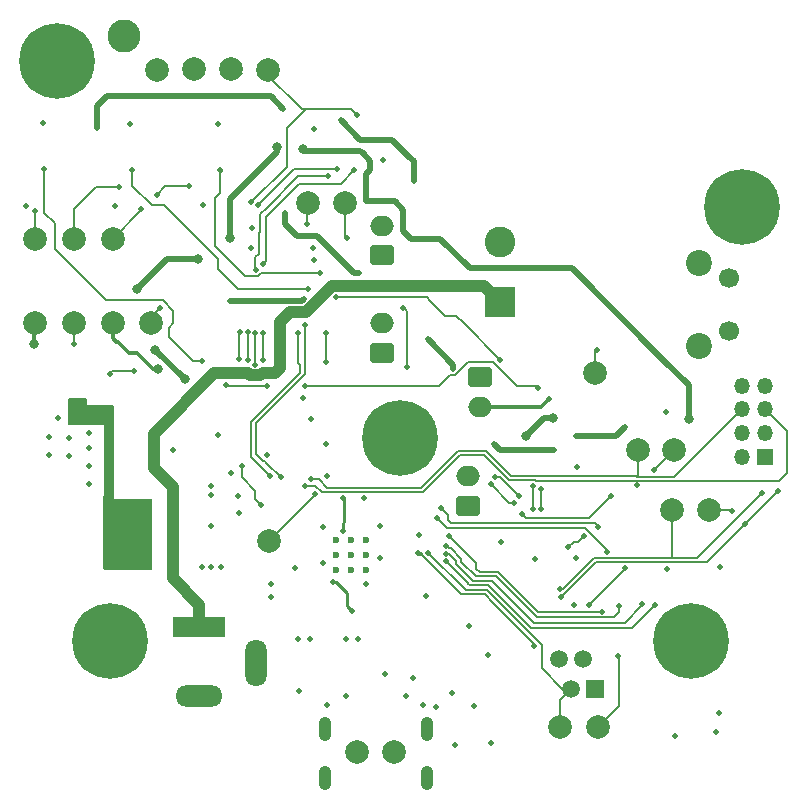
<source format=gbr>
%TF.GenerationSoftware,KiCad,Pcbnew,(5.99.0-10573-gc33b2cfa8d)*%
%TF.CreationDate,2021-05-20T10:50:06+02:00*%
%TF.ProjectId,sucker-one-mainboard,7375636b-6572-42d6-9f6e-652d6d61696e,rev?*%
%TF.SameCoordinates,Original*%
%TF.FileFunction,Copper,L4,Bot*%
%TF.FilePolarity,Positive*%
%FSLAX46Y46*%
G04 Gerber Fmt 4.6, Leading zero omitted, Abs format (unit mm)*
G04 Created by KiCad (PCBNEW (5.99.0-10573-gc33b2cfa8d)) date 2021-05-20 10:50:06*
%MOMM*%
%LPD*%
G01*
G04 APERTURE LIST*
G04 Aperture macros list*
%AMRoundRect*
0 Rectangle with rounded corners*
0 $1 Rounding radius*
0 $2 $3 $4 $5 $6 $7 $8 $9 X,Y pos of 4 corners*
0 Add a 4 corners polygon primitive as box body*
4,1,4,$2,$3,$4,$5,$6,$7,$8,$9,$2,$3,0*
0 Add four circle primitives for the rounded corners*
1,1,$1+$1,$2,$3*
1,1,$1+$1,$4,$5*
1,1,$1+$1,$6,$7*
1,1,$1+$1,$8,$9*
0 Add four rect primitives between the rounded corners*
20,1,$1+$1,$2,$3,$4,$5,0*
20,1,$1+$1,$4,$5,$6,$7,0*
20,1,$1+$1,$6,$7,$8,$9,0*
20,1,$1+$1,$8,$9,$2,$3,0*%
G04 Aperture macros list end*
%TA.AperFunction,ComponentPad*%
%ADD10R,1.350000X1.350000*%
%TD*%
%TA.AperFunction,ComponentPad*%
%ADD11O,1.350000X1.350000*%
%TD*%
%TA.AperFunction,ComponentPad*%
%ADD12C,6.400000*%
%TD*%
%TA.AperFunction,ComponentPad*%
%ADD13C,0.800000*%
%TD*%
%TA.AperFunction,ComponentPad*%
%ADD14RoundRect,0.250000X0.750000X-0.600000X0.750000X0.600000X-0.750000X0.600000X-0.750000X-0.600000X0*%
%TD*%
%TA.AperFunction,ComponentPad*%
%ADD15O,2.000000X1.700000*%
%TD*%
%TA.AperFunction,ComponentPad*%
%ADD16R,1.500000X1.500000*%
%TD*%
%TA.AperFunction,ComponentPad*%
%ADD17C,1.500000*%
%TD*%
%TA.AperFunction,ComponentPad*%
%ADD18O,1.050000X2.100000*%
%TD*%
%TA.AperFunction,ComponentPad*%
%ADD19C,2.200000*%
%TD*%
%TA.AperFunction,ComponentPad*%
%ADD20C,1.700000*%
%TD*%
%TA.AperFunction,ComponentPad*%
%ADD21C,2.800000*%
%TD*%
%TA.AperFunction,ComponentPad*%
%ADD22R,4.400000X1.800000*%
%TD*%
%TA.AperFunction,ComponentPad*%
%ADD23O,4.000000X1.800000*%
%TD*%
%TA.AperFunction,ComponentPad*%
%ADD24O,1.800000X4.000000*%
%TD*%
%TA.AperFunction,ComponentPad*%
%ADD25RoundRect,0.250000X-0.750000X0.600000X-0.750000X-0.600000X0.750000X-0.600000X0.750000X0.600000X0*%
%TD*%
%TA.AperFunction,ComponentPad*%
%ADD26R,2.600000X2.600000*%
%TD*%
%TA.AperFunction,ComponentPad*%
%ADD27C,2.600000*%
%TD*%
%TA.AperFunction,ComponentPad*%
%ADD28C,0.600000*%
%TD*%
%TA.AperFunction,SMDPad,CuDef*%
%ADD29C,2.000000*%
%TD*%
%TA.AperFunction,ViaPad*%
%ADD30C,0.500000*%
%TD*%
%TA.AperFunction,ViaPad*%
%ADD31C,0.800000*%
%TD*%
%TA.AperFunction,Conductor*%
%ADD32C,0.200000*%
%TD*%
%TA.AperFunction,Conductor*%
%ADD33C,0.500000*%
%TD*%
%TA.AperFunction,Conductor*%
%ADD34C,0.300000*%
%TD*%
%TA.AperFunction,Conductor*%
%ADD35C,0.250000*%
%TD*%
%TA.AperFunction,Conductor*%
%ADD36C,1.000000*%
%TD*%
G04 APERTURE END LIST*
D10*
%TO.P,J11,1,Pin_1*%
%TO.N,UART0_RX*%
X130971800Y-128806200D03*
D11*
%TO.P,J11,2,Pin_2*%
%TO.N,unconnected-(J11-Pad2)*%
X128971800Y-128806200D03*
%TO.P,J11,3,Pin_3*%
%TO.N,UART0_TX*%
X130971800Y-126806200D03*
%TO.P,J11,4,Pin_4*%
%TO.N,unconnected-(J11-Pad4)*%
X128971800Y-126806200D03*
%TO.P,J11,5,Pin_5*%
%TO.N,SWDIO*%
X130971800Y-124806200D03*
%TO.P,J11,6,Pin_6*%
%TO.N,SWCLK*%
X128971800Y-124806200D03*
%TO.P,J11,7,Pin_7*%
%TO.N,GND*%
X130971800Y-122806200D03*
%TO.P,J11,8,Pin_8*%
X128971800Y-122806200D03*
%TD*%
D12*
%TO.P,H1,1*%
%TO.N,N/C*%
X124663200Y-144424400D03*
D13*
X124663200Y-142024400D03*
X122263200Y-144424400D03*
X126360256Y-142727344D03*
X122966144Y-142727344D03*
X124663200Y-146824400D03*
X126360256Y-146121456D03*
X122966144Y-146121456D03*
X127063200Y-144424400D03*
%TD*%
D12*
%TO.P,H4,1*%
%TO.N,N/C*%
X75488800Y-144424400D03*
D13*
X77185856Y-146121456D03*
X73791744Y-146121456D03*
X75488800Y-146824400D03*
X73791744Y-142727344D03*
X73088800Y-144424400D03*
X77185856Y-142727344D03*
X77888800Y-144424400D03*
X75488800Y-142024400D03*
%TD*%
%TO.P,H3,1*%
%TO.N,N/C*%
X100076000Y-124854000D03*
D12*
X100076000Y-127254000D03*
D13*
X101773056Y-128951056D03*
X100076000Y-129654000D03*
X97676000Y-127254000D03*
X98378944Y-128951056D03*
X98378944Y-125556944D03*
X102476000Y-127254000D03*
X101773056Y-125556944D03*
%TD*%
D14*
%TO.P,J1,1,Pin_1*%
%TO.N,+12V*%
X98535000Y-111740000D03*
D15*
%TO.P,J1,2,Pin_2*%
%TO.N,Net-(D2-Pad1)*%
X98535000Y-109240000D03*
%TD*%
D16*
%TO.P,J3,1*%
%TO.N,GND*%
X116592000Y-148441000D03*
D17*
%TO.P,J3,2*%
%TO.N,FOOTPEDAL*%
X115572000Y-145901000D03*
%TO.P,J3,3*%
%TO.N,FOOTPEDAL_AUX*%
X114552000Y-148441000D03*
%TO.P,J3,4*%
%TO.N,+3V3*%
X113532000Y-145901000D03*
%TD*%
D13*
%TO.P,H5,1*%
%TO.N,N/C*%
X69321344Y-93603744D03*
X71018400Y-92900800D03*
X69321344Y-96997856D03*
X68618400Y-95300800D03*
D12*
X71018400Y-95300800D03*
D13*
X72715456Y-93603744D03*
X71018400Y-97700800D03*
X73418400Y-95300800D03*
X72715456Y-96997856D03*
%TD*%
D18*
%TO.P,J12,S1,SHIELD*%
%TO.N,Net-(J12-PadS1)*%
X93724000Y-151860500D03*
%TO.P,J12,S2,SHIELD*%
X102364000Y-151860500D03*
%TO.P,J12,S3,SHIELD*%
X93724000Y-156040500D03*
%TO.P,J12,S4,SHIELD*%
X102364000Y-156040500D03*
%TD*%
D19*
%TO.P,SW1,*%
%TO.N,*%
X125403800Y-112425600D03*
X125403800Y-119425600D03*
D20*
%TO.P,SW1,1,1*%
%TO.N,Net-(R26-Pad2)*%
X127903800Y-113675600D03*
%TO.P,SW1,2,2*%
%TO.N,GND*%
X127903800Y-118175600D03*
%TD*%
D21*
%TO.P,TP19,1,1*%
%TO.N,GND*%
X76708000Y-93192600D03*
%TD*%
D14*
%TO.P,J10,1,Pin_1*%
%TO.N,+12V*%
X105774000Y-132949000D03*
D15*
%TO.P,J10,2,Pin_2*%
%TO.N,Net-(D11-Pad2)*%
X105774000Y-130449000D03*
%TD*%
D12*
%TO.P,H2,1*%
%TO.N,N/C*%
X128981200Y-107645200D03*
D13*
X130678256Y-109342256D03*
X126581200Y-107645200D03*
X127284144Y-105948144D03*
X128981200Y-110045200D03*
X128981200Y-105245200D03*
X130678256Y-105948144D03*
X131381200Y-107645200D03*
X127284144Y-109342256D03*
%TD*%
D22*
%TO.P,J5,1*%
%TO.N,Net-(J5-Pad1)*%
X83067600Y-143256000D03*
D23*
%TO.P,J5,2*%
%TO.N,GND*%
X83067600Y-149056000D03*
D24*
%TO.P,J5,3*%
%TO.N,N/C*%
X87867600Y-146256000D03*
%TD*%
D14*
%TO.P,J2,1,Pin_1*%
%TO.N,+12V*%
X98535000Y-119995000D03*
D15*
%TO.P,J2,2,Pin_2*%
%TO.N,Net-(D7-Pad1)*%
X98535000Y-117495000D03*
%TD*%
D25*
%TO.P,J4,1,Pin_1*%
%TO.N,+12V*%
X106824000Y-122067000D03*
D15*
%TO.P,J4,2,Pin_2*%
%TO.N,Net-(D10-Pad2)*%
X106824000Y-124567000D03*
%TD*%
D26*
%TO.P,J6,1,Pin_1*%
%TO.N,Net-(J5-Pad1)*%
X108509000Y-115702000D03*
D27*
%TO.P,J6,2,Pin_2*%
%TO.N,Net-(F1-Pad2)*%
X108509000Y-110622000D03*
%TD*%
D28*
%TO.P,U4,57,GND*%
%TO.N,GND*%
X94605000Y-138435000D03*
X94605000Y-135885000D03*
X95880000Y-138435000D03*
X97155000Y-135885000D03*
X95880000Y-137160000D03*
X94605000Y-137160000D03*
X95880000Y-135885000D03*
X97155000Y-138435000D03*
X97155000Y-137160000D03*
%TD*%
D29*
%TO.P,TP13,1,1*%
%TO.N,GND*%
X72428100Y-117500400D03*
%TD*%
%TO.P,TP1,1,1*%
%TO.N,DP*%
X99517200Y-153822400D03*
%TD*%
%TO.P,TP15,1,1*%
%TO.N,I2C0_SDA*%
X95377000Y-107365800D03*
%TD*%
%TO.P,TP2,1,1*%
%TO.N,DN*%
X96418400Y-153822400D03*
%TD*%
%TO.P,TP7,1,1*%
%TO.N,Net-(D7-Pad1)*%
X72428100Y-110337600D03*
%TD*%
%TO.P,TP10,1,1*%
%TO.N,+12V*%
X75717400Y-117500400D03*
%TD*%
%TO.P,TP14,1,1*%
%TO.N,I2C0_SCL*%
X92303600Y-107365800D03*
%TD*%
%TO.P,TP18,1,1*%
%TO.N,Net-(D11-Pad2)*%
X116535200Y-121691400D03*
%TD*%
%TO.P,TP16,1,1*%
%TO.N,+5V*%
X69138800Y-117500400D03*
%TD*%
%TO.P,TP22,1,1*%
%TO.N,UART0_RX*%
X123063000Y-133299200D03*
%TD*%
%TO.P,TP31,1,1*%
%TO.N,FOOTPEDAL*%
X116814600Y-151663400D03*
%TD*%
%TO.P,TP23,1,1*%
%TO.N,UART0_TX*%
X126212600Y-133299200D03*
%TD*%
%TO.P,TP11,1,1*%
%TO.N,+3V3*%
X78994000Y-117500400D03*
%TD*%
%TO.P,TP26,1,1*%
%TO.N,SPI0_CLK*%
X85750400Y-96012000D03*
%TD*%
%TO.P,TP25,1,1*%
%TO.N,SPI0_CS*%
X88849200Y-96037400D03*
%TD*%
%TO.P,TP28,1,1*%
%TO.N,SPI0_MOSI*%
X79502000Y-96037400D03*
%TD*%
%TO.P,TP5,1,1*%
%TO.N,Net-(TP5-Pad1)*%
X88950800Y-135940800D03*
%TD*%
%TO.P,TP12,1,1*%
%TO.N,SWCLK*%
X120167400Y-128219200D03*
%TD*%
%TO.P,TP20,1,1*%
%TO.N,FOOTPEDAL_AUX*%
X113614200Y-151688800D03*
%TD*%
%TO.P,TP4,1,1*%
%TO.N,Net-(D2-Pad1)*%
X69138800Y-110337600D03*
%TD*%
%TO.P,TP9,1,1*%
%TO.N,Net-(D10-Pad2)*%
X75717400Y-110337600D03*
%TD*%
%TO.P,TP27,1,1*%
%TO.N,SPI0_MISO*%
X82626200Y-96012000D03*
%TD*%
%TO.P,TP24,1,1*%
%TO.N,SWDIO*%
X123266200Y-128219200D03*
%TD*%
D30*
%TO.N,GND*%
X92786200Y-101092000D03*
X123367800Y-152425400D03*
X73736200Y-131089400D03*
X89154000Y-139573000D03*
X108610400Y-136042400D03*
X104444800Y-148818600D03*
X122555000Y-125044200D03*
X95504000Y-149098000D03*
X93853000Y-149860000D03*
X92557600Y-125628400D03*
X127101600Y-150495000D03*
X91135200Y-138252200D03*
X91465400Y-148615400D03*
X85750400Y-130225800D03*
X102285800Y-140639800D03*
X88773000Y-128651000D03*
X83388200Y-107518200D03*
X73710800Y-126796800D03*
X93827600Y-127711200D03*
X114960400Y-137414000D03*
X72440800Y-119278400D03*
X114782600Y-141325600D03*
X101142800Y-147574000D03*
X101625400Y-135407400D03*
X92456000Y-144272000D03*
X100584000Y-149098000D03*
X107797600Y-153060400D03*
X72034400Y-128727200D03*
X75895200Y-107543600D03*
X72059800Y-127203200D03*
X107467400Y-145567400D03*
X70307200Y-128701800D03*
X115062000Y-129692400D03*
X96520000Y-144272000D03*
X73710800Y-128066800D03*
X77165200Y-100609400D03*
X97002600Y-132300100D03*
X93853000Y-130454400D03*
X84683600Y-100609400D03*
X84607400Y-126949200D03*
X91846400Y-123875800D03*
X101981000Y-149860000D03*
X86410800Y-133553200D03*
X80873600Y-128270000D03*
X86374000Y-132167600D03*
X111506000Y-137439400D03*
X127177800Y-138150600D03*
X89154000Y-140716000D03*
X92760800Y-112115600D03*
X95504000Y-144272000D03*
X70307200Y-127177800D03*
X71094600Y-125552200D03*
X68402200Y-107569000D03*
X69824600Y-100584000D03*
X103098600Y-150012400D03*
X91440000Y-144272000D03*
X73710800Y-129565400D03*
X105918000Y-143129000D03*
%TO.N,+3V3*%
X87426800Y-111175800D03*
X126822200Y-152146000D03*
X87528400Y-109448600D03*
X98806000Y-147218400D03*
X84886800Y-138176000D03*
X84074000Y-138151000D03*
X84074000Y-134670800D03*
X92684600Y-111125000D03*
X98374200Y-134670800D03*
X97155000Y-139623800D03*
X84074000Y-132080000D03*
X93497400Y-134772400D03*
X122631200Y-138353800D03*
X98374200Y-137388600D03*
X104673400Y-153212800D03*
X98602800Y-103682800D03*
X106349800Y-149910800D03*
X79756000Y-116230400D03*
X83312000Y-138176000D03*
X84074000Y-131267200D03*
X93497400Y-137769600D03*
D31*
%TO.N,+5V*%
X91821000Y-102717600D03*
X124510800Y-125577600D03*
X82956400Y-112064800D03*
X77800200Y-114579400D03*
X79324200Y-119735600D03*
X81864200Y-122250200D03*
X85623400Y-110286800D03*
X89611200Y-102616000D03*
X69062600Y-119278400D03*
%TO.N,+12V*%
X113004600Y-125526800D03*
X79527400Y-121361200D03*
X110693200Y-127076200D03*
D30*
%TO.N,Net-(C5-Pad2)*%
X75387200Y-126847600D03*
X76936600Y-137033000D03*
X77851000Y-133629400D03*
X76936600Y-134493000D03*
X76936600Y-133629400D03*
X75387200Y-126136400D03*
X77851000Y-135356600D03*
X77851000Y-137033000D03*
X77851000Y-136169400D03*
X73126600Y-125679200D03*
X77851000Y-134518400D03*
X72339200Y-125679200D03*
X76936600Y-135356600D03*
X76936600Y-136169400D03*
%TO.N,+1V1*%
X95199200Y-135077200D03*
X95224600Y-132300100D03*
X94361000Y-139446000D03*
X96012000Y-141909800D03*
%TO.N,Net-(D2-Pad1)*%
X74422000Y-100990400D03*
X69138800Y-108000800D03*
X101219000Y-105460800D03*
X90170000Y-99364800D03*
X95021400Y-100330000D03*
%TO.N,FOOTPEDAL*%
X118491000Y-145669000D03*
X111379000Y-144856200D03*
X101600000Y-136982200D03*
%TO.N,Net-(D7-Pad2)*%
X93776800Y-118338600D03*
X93753900Y-120827800D03*
%TO.N,Net-(D7-Pad1)*%
X91897200Y-115493800D03*
X76225400Y-105968800D03*
X85623400Y-115646200D03*
%TO.N,Net-(D10-Pad2)*%
X112699800Y-123901200D03*
X96621600Y-113233200D03*
X78105000Y-107848400D03*
X90297000Y-108178600D03*
X104546400Y-121361200D03*
X102412800Y-118872000D03*
X79451200Y-106629200D03*
X82169000Y-105918000D03*
%TO.N,Net-(D11-Pad2)*%
X108026200Y-127736600D03*
X119126000Y-126263400D03*
X114935000Y-127025400D03*
X113055400Y-128244600D03*
X116713000Y-119786400D03*
%TO.N,FOOTPEDAL_AUX*%
X102463600Y-136931400D03*
%TO.N,I2C0_SDA*%
X91998800Y-117627400D03*
X89966800Y-130556000D03*
X95529400Y-110286800D03*
%TO.N,I2C0_SCL*%
X92178000Y-109117000D03*
X89052400Y-130479800D03*
X91414600Y-118313200D03*
%TO.N,SPI0_CS*%
X86493089Y-118217689D03*
X87452200Y-107238800D03*
X86639400Y-129590800D03*
X86461600Y-120573800D03*
X88315800Y-132867400D03*
X96393000Y-99847400D03*
%TO.N,SPI0_CLK*%
X96164400Y-104546400D03*
X88417400Y-120599200D03*
X88468200Y-112522000D03*
X88468200Y-118313200D03*
X85750400Y-96012000D03*
%TO.N,SPI0_MISO*%
X94742000Y-104419400D03*
X87147400Y-120599200D03*
X82626200Y-96012000D03*
X87147400Y-118262400D03*
X88061800Y-107467400D03*
%TO.N,SPI0_MOSI*%
X79502000Y-96037400D03*
X87807800Y-121031000D03*
X87818697Y-118313200D03*
X93980000Y-105079800D03*
X87833200Y-113004600D03*
%TO.N,Lift Btn*%
X121640600Y-141325600D03*
X103935523Y-137670379D03*
%TO.N,Drop Btn*%
X120573800Y-141274800D03*
X103950706Y-137021054D03*
%TO.N,Low Btn*%
X117170200Y-141918300D03*
X104241600Y-135534400D03*
%TO.N,High Btn*%
X103987600Y-136372600D03*
X118618000Y-141418800D03*
%TO.N,Reverse Btn*%
X103225600Y-133985000D03*
X117602000Y-136880600D03*
%TO.N,Trigger Btn*%
X103555800Y-133146800D03*
X116840000Y-134772400D03*
%TO.N,UI LED Data*%
X109677200Y-132689600D03*
X107719936Y-131139019D03*
%TO.N,UART0_RX*%
X130733800Y-131851400D03*
X113614200Y-139979400D03*
%TO.N,UART0_TX*%
X129260600Y-134543800D03*
X113690400Y-140665200D03*
X132054600Y-131749800D03*
X128193800Y-133426200D03*
%TO.N,SWDIO*%
X121539000Y-129895600D03*
X91973400Y-131267200D03*
X120116600Y-131241800D03*
%TO.N,SWCLK*%
X92557600Y-130733800D03*
%TO.N,Net-(R18-Pad2)*%
X77520800Y-121589800D03*
X75488800Y-121767600D03*
%TO.N,NC_VALVE*%
X111734600Y-122986800D03*
X88798400Y-122783600D03*
X85293200Y-122732800D03*
X69951600Y-104470200D03*
X111993271Y-133248272D03*
X112014000Y-131572000D03*
X92024200Y-122809000D03*
X83261200Y-120726200D03*
%TO.N,NO_VALVE*%
X77393800Y-104546400D03*
X115620800Y-135483600D03*
X108102400Y-130556000D03*
X92303600Y-114604800D03*
X114276488Y-136497712D03*
X100330000Y-116179600D03*
X100621652Y-121229180D03*
X110109000Y-132105400D03*
%TO.N,3_WAY_VALVE*%
X111277400Y-131292600D03*
X111277400Y-133223000D03*
X84836000Y-104546400D03*
X93243400Y-113284000D03*
X94665800Y-115316000D03*
X108559600Y-120624600D03*
%TO.N,MOTOR_PWM*%
X117881400Y-132130800D03*
X110413800Y-133680200D03*
%TO.N,Net-(R26-Pad2)*%
X119126000Y-138252200D03*
X116078000Y-141325600D03*
%TO.N,Net-(TP5-Pad1)*%
X92837000Y-132003800D03*
%TO.N,DP*%
X99517200Y-153822400D03*
%TO.N,DN*%
X96418400Y-153822400D03*
%TD*%
D32*
%TO.N,GND*%
X72428100Y-119265700D02*
X72440800Y-119278400D01*
X72428100Y-117500400D02*
X72428100Y-119265700D01*
%TO.N,+3V3*%
X78994000Y-116992400D02*
X79756000Y-116230400D01*
X78994000Y-117500400D02*
X78994000Y-116992400D01*
D33*
%TO.N,+5V*%
X114604800Y-112852200D02*
X105968800Y-112852200D01*
X105968800Y-112852200D02*
X103479600Y-110363000D01*
X97510600Y-103733600D02*
X96901000Y-103124000D01*
D34*
X69062600Y-119278400D02*
X69062600Y-117576600D01*
D33*
X85623400Y-106959400D02*
X85623400Y-110286800D01*
X95148400Y-102920800D02*
X92024200Y-102920800D01*
X96697800Y-102920800D02*
X95148400Y-102920800D01*
X97155000Y-104851200D02*
X97510600Y-104495600D01*
X78206600Y-114173000D02*
X77800200Y-114579400D01*
X100330000Y-107899200D02*
X99618800Y-107188000D01*
X103479600Y-110363000D02*
X100990400Y-110363000D01*
X82956400Y-112064800D02*
X80314800Y-112064800D01*
X97510600Y-104495600D02*
X97510600Y-103733600D01*
X99618800Y-107188000D02*
X97155000Y-107188000D01*
X79324200Y-119735600D02*
X79349600Y-119735600D01*
X124510800Y-125577600D02*
X124510800Y-123317000D01*
D34*
X69062600Y-117576600D02*
X69138800Y-117500400D01*
D33*
X97155000Y-107188000D02*
X97155000Y-104851200D01*
X100990400Y-110363000D02*
X100330000Y-109702600D01*
X92024200Y-102920800D02*
X91821000Y-102717600D01*
X79349600Y-119735600D02*
X81864200Y-122250200D01*
X89611200Y-102971600D02*
X85623400Y-106959400D01*
X89611200Y-102616000D02*
X89611200Y-102971600D01*
X80314800Y-112064800D02*
X78206600Y-114173000D01*
X124510800Y-122758200D02*
X122351800Y-120599200D01*
X124510800Y-123317000D02*
X124510800Y-122758200D01*
X96901000Y-103124000D02*
X96697800Y-102920800D01*
X100330000Y-109702600D02*
X100330000Y-107899200D01*
X122351800Y-120599200D02*
X114604800Y-112852200D01*
X69494400Y-117576600D02*
X69545200Y-117525800D01*
D34*
%TO.N,+12V*%
X77800200Y-120040400D02*
X77139800Y-120040400D01*
X75717400Y-118795800D02*
X75717400Y-117500400D01*
X79121000Y-121361200D02*
X77800200Y-120040400D01*
D33*
X112242600Y-125526800D02*
X110693200Y-127076200D01*
D34*
X76200000Y-119100600D02*
X76022200Y-119100600D01*
X79527400Y-121361200D02*
X79121000Y-121361200D01*
X77139800Y-120040400D02*
X76200000Y-119100600D01*
D33*
X113004600Y-125526800D02*
X112242600Y-125526800D01*
D34*
X76022200Y-119100600D02*
X75717400Y-118795800D01*
D35*
%TO.N,+1V1*%
X96012000Y-141909800D02*
X95529400Y-141427200D01*
X95529400Y-140309600D02*
X94665800Y-139446000D01*
X95300800Y-132308600D02*
X95211900Y-132219700D01*
X94665800Y-139446000D02*
X94361000Y-139446000D01*
X95199200Y-134416800D02*
X95300800Y-134315200D01*
X95529400Y-141427200D02*
X95529400Y-140309600D01*
X95300800Y-134315200D02*
X95300800Y-132308600D01*
X95199200Y-135077200D02*
X95199200Y-134416800D01*
D33*
%TO.N,Net-(D2-Pad1)*%
X96672400Y-101981000D02*
X97764600Y-101981000D01*
X101219000Y-103809800D02*
X101219000Y-105460800D01*
X75234800Y-98298000D02*
X82524600Y-98298000D01*
X74422000Y-100990400D02*
X74422000Y-99110800D01*
D32*
X69138800Y-110337600D02*
X69138800Y-108000800D01*
D33*
X99390200Y-101981000D02*
X100812600Y-103403400D01*
X82524600Y-98298000D02*
X89103200Y-98298000D01*
X74422000Y-99110800D02*
X75234800Y-98298000D01*
X89103200Y-98298000D02*
X90170000Y-99364800D01*
X97764600Y-101981000D02*
X99390200Y-101981000D01*
X95021400Y-100330000D02*
X96672400Y-101981000D01*
X100812600Y-103403400D02*
X101219000Y-103809800D01*
D32*
%TO.N,FOOTPEDAL*%
X101828600Y-137033000D02*
X102184200Y-137388600D01*
X107238800Y-140462000D02*
X107950000Y-141173200D01*
D34*
X101600000Y-136982200D02*
X101650800Y-137033000D01*
D32*
X118567200Y-145745200D02*
X118567200Y-149910800D01*
X105257600Y-140462000D02*
X105994200Y-140462000D01*
X107950000Y-141173200D02*
X111429800Y-144653000D01*
X111429800Y-144653000D02*
X111429800Y-144780000D01*
X118567200Y-149910800D02*
X116814600Y-151663400D01*
X105994200Y-140462000D02*
X107238800Y-140462000D01*
X102184200Y-137388600D02*
X105257600Y-140462000D01*
X118491000Y-145669000D02*
X118567200Y-145745200D01*
D34*
X101650800Y-137033000D02*
X101828600Y-137033000D01*
D32*
%TO.N,Net-(D7-Pad2)*%
X93776800Y-118338600D02*
X93776800Y-120497600D01*
X93802200Y-120523000D02*
X93802200Y-120779500D01*
X93802200Y-120779500D02*
X93753900Y-120827800D01*
X93776800Y-120497600D02*
X93802200Y-120523000D01*
D33*
%TO.N,Net-(D7-Pad1)*%
X91744800Y-115646200D02*
X91897200Y-115493800D01*
X85623400Y-115646200D02*
X90093800Y-115646200D01*
D32*
X72428100Y-110337600D02*
X72428100Y-107861100D01*
D33*
X90093800Y-115646200D02*
X91744800Y-115646200D01*
D32*
X72428100Y-107861100D02*
X72491600Y-107797600D01*
X72428100Y-107861100D02*
X74320400Y-105968800D01*
X74320400Y-105968800D02*
X76225400Y-105968800D01*
D34*
%TO.N,Net-(D10-Pad2)*%
X112699800Y-123901200D02*
X112034000Y-124567000D01*
D33*
X102412800Y-118872000D02*
X104546400Y-121005600D01*
X91363800Y-110134400D02*
X90297000Y-109067600D01*
X96621600Y-113233200D02*
X96164400Y-113233200D01*
D34*
X112034000Y-124567000D02*
X106824000Y-124567000D01*
D33*
X90297000Y-109067600D02*
X90297000Y-108178600D01*
X104546400Y-121005600D02*
X104546400Y-121361200D01*
D32*
X79451200Y-106629200D02*
X80162400Y-105918000D01*
D33*
X96164400Y-113233200D02*
X93065600Y-110134400D01*
D32*
X78105000Y-107950000D02*
X78105000Y-107848400D01*
X80162400Y-105918000D02*
X82169000Y-105918000D01*
D33*
X93065600Y-110134400D02*
X91363800Y-110134400D01*
D32*
X75717400Y-110337600D02*
X78105000Y-107950000D01*
D33*
%TO.N,Net-(D11-Pad2)*%
X114935000Y-127025400D02*
X118364000Y-127025400D01*
D32*
X116535200Y-119964200D02*
X116713000Y-119786400D01*
X116535200Y-121691400D02*
X116535200Y-119964200D01*
D33*
X108026200Y-127736600D02*
X108534200Y-128244600D01*
X118364000Y-127025400D02*
X119126000Y-126263400D01*
X108534200Y-128244600D02*
X113055400Y-128244600D01*
D32*
%TO.N,FOOTPEDAL_AUX*%
X113614200Y-149378800D02*
X113614200Y-151688800D01*
X102463600Y-136931400D02*
X105613200Y-140081000D01*
D34*
X114528600Y-148464400D02*
X114552000Y-148441000D01*
D32*
X114552000Y-148441000D02*
X113614200Y-149378800D01*
X107391200Y-140081000D02*
X112090200Y-144780000D01*
X112090200Y-146735800D02*
X113795400Y-148441000D01*
X105613200Y-140081000D02*
X107391200Y-140081000D01*
X112090200Y-144780000D02*
X112090200Y-146735800D01*
X113795400Y-148441000D02*
X114552000Y-148441000D01*
D36*
%TO.N,Net-(J5-Pad1)*%
X83067600Y-141356000D02*
X80797400Y-139085800D01*
X108509000Y-115702000D02*
X107183200Y-114376200D01*
X84340490Y-121704310D02*
X87149848Y-121704310D01*
X80797400Y-139085800D02*
X80797400Y-131368800D01*
X87376039Y-121930501D02*
X88239561Y-121930501D01*
X83067600Y-143256000D02*
X83067600Y-141356000D01*
X89890600Y-117398800D02*
X89890600Y-118416900D01*
X80797400Y-131368800D02*
X79197200Y-129768600D01*
X87149848Y-121704310D02*
X87376039Y-121930501D01*
X94286900Y-114376200D02*
X92117390Y-116545710D01*
X89471290Y-121704310D02*
X89890600Y-121285000D01*
X89890600Y-121285000D02*
X89890600Y-119126000D01*
X89890600Y-117398800D02*
X89890600Y-121285000D01*
X91761789Y-116545711D02*
X90743689Y-116545711D01*
X88465752Y-121704310D02*
X89471290Y-121704310D01*
X107183200Y-114376200D02*
X94286900Y-114376200D01*
X92117390Y-116545710D02*
X91761789Y-116545711D01*
X79197200Y-129768600D02*
X79197200Y-126847600D01*
X79197200Y-126847600D02*
X84340490Y-121704310D01*
X90743689Y-116545711D02*
X89890600Y-117398800D01*
X88239561Y-121930501D02*
X88465752Y-121704310D01*
D32*
%TO.N,I2C0_SDA*%
X87858600Y-128574800D02*
X87858600Y-128066800D01*
X88747600Y-129336800D02*
X88595200Y-129184400D01*
X87858600Y-128066800D02*
X87858600Y-125933200D01*
X89966800Y-130556000D02*
X88747600Y-129336800D01*
X87858600Y-125933200D02*
X91922600Y-121869200D01*
X91922600Y-121869200D02*
X91998800Y-121793000D01*
X88595200Y-129184400D02*
X88468200Y-129184400D01*
X88468200Y-129184400D02*
X87858600Y-128574800D01*
X95377000Y-107365800D02*
X95377000Y-110134400D01*
X91998800Y-121793000D02*
X91998800Y-117627400D01*
X95377000Y-110134400D02*
X95529400Y-110286800D01*
%TO.N,I2C0_SCL*%
X92178000Y-109117000D02*
X92178000Y-107491400D01*
X89052400Y-130479800D02*
X87407489Y-128834889D01*
X91567000Y-121056400D02*
X91567000Y-121730516D01*
X91414600Y-118313200D02*
X91414600Y-120904000D01*
X87407489Y-128834889D02*
X87407489Y-125890027D01*
X92178000Y-107491400D02*
X92303600Y-107365800D01*
X87407489Y-125890027D02*
X91567000Y-121730516D01*
X91567000Y-121730516D02*
X91549300Y-121748216D01*
X87407489Y-128834889D02*
X87407489Y-128758711D01*
X91414600Y-120904000D02*
X91567000Y-121056400D01*
%TO.N,SPI0_CS*%
X92075000Y-99390200D02*
X91719400Y-99390200D01*
X86461600Y-120573800D02*
X86461600Y-118249178D01*
X86664800Y-130556000D02*
X86639400Y-130556000D01*
X91719400Y-99390200D02*
X88634734Y-96305534D01*
X90449400Y-101473000D02*
X90474800Y-101447600D01*
X90449400Y-104267000D02*
X90449400Y-101473000D01*
X90474800Y-100990400D02*
X92075000Y-99390200D01*
X87807800Y-131699000D02*
X87807800Y-132359400D01*
X92075000Y-99390200D02*
X95935800Y-99390200D01*
X95935800Y-99390200D02*
X96393000Y-99847400D01*
X87452200Y-107238800D02*
X87477600Y-107238800D01*
X87807800Y-132359400D02*
X88315800Y-132867400D01*
X86639400Y-130556000D02*
X86639400Y-129590800D01*
X87477600Y-107238800D02*
X90449400Y-104267000D01*
X88634734Y-96305534D02*
X88634734Y-96037400D01*
X87807800Y-131699000D02*
X86664800Y-130556000D01*
X90474800Y-101447600D02*
X90474800Y-100990400D01*
X86461600Y-118249178D02*
X86493089Y-118217689D01*
%TO.N,SPI0_CLK*%
X93827600Y-105689400D02*
X94818200Y-105689400D01*
X94818200Y-105689400D02*
X95021400Y-105689400D01*
X88417400Y-118364000D02*
X88468200Y-118313200D01*
X91541600Y-105689400D02*
X93827600Y-105689400D01*
X88417400Y-120599200D02*
X88417400Y-118364000D01*
X90855800Y-106375200D02*
X91541600Y-105689400D01*
X88722200Y-112141000D02*
X88722200Y-108508800D01*
X88722200Y-108508800D02*
X90855800Y-106375200D01*
X95021400Y-105689400D02*
X96164400Y-104546400D01*
X88392000Y-118389400D02*
X88417400Y-118364000D01*
X88468200Y-112522000D02*
X88722200Y-112268000D01*
X88722200Y-112268000D02*
X88722200Y-112141000D01*
X86690200Y-96432534D02*
X86269666Y-96012000D01*
%TO.N,SPI0_MISO*%
X88061800Y-107467400D02*
X91109800Y-104419400D01*
X87147400Y-118262400D02*
X87147400Y-120599200D01*
X91109800Y-104419400D02*
X94742000Y-104419400D01*
%TO.N,SPI0_MOSI*%
X87807800Y-112979200D02*
X87833200Y-113004600D01*
X87807800Y-121031000D02*
X87818697Y-121020103D01*
X87818697Y-121020103D02*
X87818697Y-118313200D01*
X88214200Y-108280200D02*
X88773000Y-107721400D01*
X88773000Y-107721400D02*
X91414600Y-105079800D01*
X88214200Y-109778800D02*
X88214200Y-108280200D01*
X87807800Y-111912400D02*
X87807800Y-112979200D01*
X88087200Y-111201200D02*
X88087200Y-111633000D01*
X88214200Y-109778800D02*
X88087200Y-109905800D01*
X91414600Y-105079800D02*
X93980000Y-105079800D01*
X88087200Y-109905800D02*
X88087200Y-111201200D01*
X88087200Y-111633000D02*
X87807800Y-111912400D01*
%TO.N,Lift Btn*%
X119659400Y-143281400D02*
X111125000Y-143281400D01*
X105791000Y-139525856D02*
X103935523Y-137670379D01*
X111125000Y-143281400D02*
X107543600Y-139700000D01*
X121640600Y-141325600D02*
X121615200Y-141325600D01*
X121615200Y-141325600D02*
X119659400Y-143281400D01*
X107543600Y-139700000D02*
X105943400Y-139700000D01*
X105791000Y-139547600D02*
X105791000Y-139525856D01*
X105943400Y-139700000D02*
X105791000Y-139547600D01*
%TO.N,Drop Btn*%
X120573800Y-141376400D02*
X119100600Y-142849600D01*
X119100600Y-142849600D02*
X111379000Y-142849600D01*
X107848400Y-139319000D02*
X106222800Y-139319000D01*
X120573800Y-141274800D02*
X120573800Y-141376400D01*
X104775000Y-137871200D02*
X104775000Y-137617200D01*
X111379000Y-142849600D02*
X107848400Y-139319000D01*
X104775000Y-137617200D02*
X104178854Y-137021054D01*
X104178854Y-137021054D02*
X103950706Y-137021054D01*
X106222800Y-139319000D02*
X104775000Y-137871200D01*
%TO.N,Low Btn*%
X117127900Y-141960600D02*
X117170200Y-141918300D01*
X111760000Y-141960600D02*
X117127900Y-141960600D01*
X106807000Y-138582400D02*
X106934000Y-138582400D01*
X104241600Y-135534400D02*
X106527600Y-137820400D01*
X106527600Y-138303000D02*
X106807000Y-138582400D01*
X106527600Y-137820400D02*
X106527600Y-138303000D01*
X106807000Y-138582400D02*
X108381800Y-138582400D01*
X108381800Y-138582400D02*
X111760000Y-141960600D01*
%TO.N,High Btn*%
X117398800Y-142417800D02*
X117119400Y-142417800D01*
X108178600Y-138938000D02*
X111658400Y-142417800D01*
X104343200Y-136575800D02*
X105232200Y-137464800D01*
X118618000Y-141960600D02*
X118618000Y-141418800D01*
X105232200Y-137464800D02*
X105232200Y-137693400D01*
X104190800Y-136575800D02*
X104343200Y-136575800D01*
X105232200Y-137693400D02*
X106476800Y-138938000D01*
X118160800Y-142417800D02*
X118618000Y-141960600D01*
X103987600Y-136372600D02*
X104190800Y-136575800D01*
X111658400Y-142417800D02*
X118160800Y-142417800D01*
X106476800Y-138938000D02*
X106553000Y-138938000D01*
X106476800Y-138938000D02*
X108178600Y-138938000D01*
%TO.N,Reverse Btn*%
X115734961Y-134805499D02*
X117602000Y-136672538D01*
X103225600Y-133985000D02*
X104046099Y-134805499D01*
X104046099Y-134805499D02*
X115734961Y-134805499D01*
X117602000Y-136672538D02*
X117602000Y-136880600D01*
%TO.N,Trigger Btn*%
X103555800Y-133146800D02*
X104140000Y-133731000D01*
X116840000Y-134721600D02*
X116560600Y-134442200D01*
X104140000Y-134188200D02*
X104394000Y-134442200D01*
X104140000Y-133731000D02*
X104140000Y-134188200D01*
X104394000Y-134442200D02*
X116560600Y-134442200D01*
X116560600Y-134442200D02*
X116052600Y-134442200D01*
X116840000Y-134772400D02*
X116840000Y-134721600D01*
%TO.N,UI LED Data*%
X109270517Y-132689600D02*
X107719936Y-131139019D01*
X109677200Y-132689600D02*
X109270517Y-132689600D01*
%TO.N,UART0_RX*%
X125190511Y-137394689D02*
X130733800Y-131851400D01*
X116466628Y-137394689D02*
X122980711Y-137394689D01*
X123729489Y-137394689D02*
X125190511Y-137394689D01*
X113881916Y-139979400D02*
X116466628Y-137394689D01*
X122980711Y-137394689D02*
X123729489Y-137394689D01*
X123063000Y-133299200D02*
X123063000Y-137312400D01*
X123063000Y-137312400D02*
X122980711Y-137394689D01*
X113614200Y-139979400D02*
X113881916Y-139979400D01*
%TO.N,UART0_TX*%
X113690400Y-140665200D02*
X116611400Y-137744200D01*
X128066800Y-133299200D02*
X128193800Y-133426200D01*
X116611400Y-137744200D02*
X122021600Y-137744200D01*
X129260600Y-134543800D02*
X132054600Y-131749800D01*
X126060200Y-137744200D02*
X129260600Y-134543800D01*
X122021600Y-137744200D02*
X126060200Y-137744200D01*
X126212600Y-133299200D02*
X128066800Y-133299200D01*
%TO.N,SWDIO*%
X93421200Y-131800600D02*
X102031800Y-131800600D01*
X123266200Y-128219200D02*
X121589800Y-129895600D01*
X120116600Y-131241800D02*
X120116600Y-130911600D01*
X120161311Y-130866889D02*
X120923311Y-130866889D01*
X111517161Y-130793099D02*
X111590951Y-130866889D01*
X132816600Y-126651000D02*
X130971800Y-124806200D01*
X102031800Y-131800600D02*
X105156000Y-128676400D01*
X132175511Y-130866889D02*
X132816600Y-130225800D01*
X109290983Y-130793099D02*
X111517161Y-130793099D01*
X121589800Y-129895600D02*
X121539000Y-129895600D01*
X105156000Y-128676400D02*
X107174284Y-128676400D01*
X92887800Y-131267200D02*
X93421200Y-131800600D01*
X91973400Y-131267200D02*
X92887800Y-131267200D01*
X120116600Y-130911600D02*
X120161311Y-130866889D01*
X111590951Y-130866889D02*
X120161311Y-130866889D01*
X107174284Y-128676400D02*
X109290983Y-130793099D01*
X120923311Y-130866889D02*
X132175511Y-130866889D01*
X132816600Y-130225800D02*
X132816600Y-126651000D01*
%TO.N,SWCLK*%
X120091200Y-130505200D02*
X120853200Y-130505200D01*
X120167400Y-128219200D02*
X120167400Y-130429000D01*
X123272800Y-130505200D02*
X128971800Y-124806200D01*
X92557600Y-130733800D02*
X93167200Y-130733800D01*
X120167400Y-130429000D02*
X120091200Y-130505200D01*
X107312968Y-128320800D02*
X109435756Y-130443588D01*
X93167200Y-130733800D02*
X93878400Y-131445000D01*
X101828600Y-131445000D02*
X104952800Y-128320800D01*
X104952800Y-128320800D02*
X107312968Y-128320800D01*
X120029588Y-130443588D02*
X120091200Y-130505200D01*
X109435756Y-130443588D02*
X120029588Y-130443588D01*
X93878400Y-131445000D02*
X101828600Y-131445000D01*
X120853200Y-130505200D02*
X123272800Y-130505200D01*
%TO.N,Net-(R18-Pad2)*%
X77520800Y-121589800D02*
X75641200Y-121589800D01*
X75641200Y-121589800D02*
X75488800Y-121742200D01*
X75488800Y-121742200D02*
X75488800Y-121767600D01*
%TO.N,NC_VALVE*%
X70815200Y-109016800D02*
X70815200Y-111252000D01*
X104753304Y-121860711D02*
X104275489Y-121860711D01*
X80873600Y-117500400D02*
X80492600Y-117881400D01*
X85344000Y-122783600D02*
X85293200Y-122732800D01*
X105807910Y-120806105D02*
X104753304Y-121860711D01*
X112014000Y-131572000D02*
X112014000Y-133227543D01*
X69951600Y-104470200D02*
X69951600Y-108153200D01*
X112014000Y-133227543D02*
X111993271Y-133248272D01*
X104275489Y-121860711D02*
X103327200Y-122809000D01*
X111734600Y-122986800D02*
X111556800Y-122809000D01*
X107928305Y-120806105D02*
X105807910Y-120806105D01*
X109931200Y-122809000D02*
X107928305Y-120806105D01*
X82524600Y-120726200D02*
X83261200Y-120726200D01*
X103327200Y-122809000D02*
X92024200Y-122809000D01*
X75133200Y-115570000D02*
X79984600Y-115570000D01*
X70815200Y-111252000D02*
X75133200Y-115570000D01*
X69951600Y-108153200D02*
X70815200Y-109016800D01*
X80492600Y-117881400D02*
X80492600Y-118694200D01*
X88798400Y-122783600D02*
X85344000Y-122783600D01*
X80873600Y-116459000D02*
X80873600Y-117500400D01*
X111556800Y-122809000D02*
X109931200Y-122809000D01*
X80492600Y-118694200D02*
X82524600Y-120726200D01*
X79984600Y-115570000D02*
X80873600Y-116459000D01*
%TO.N,NO_VALVE*%
X79019400Y-107518200D02*
X77393800Y-105892600D01*
X100621652Y-121229180D02*
X100621652Y-116471252D01*
X108559600Y-130556000D02*
X108102400Y-130556000D01*
X100621652Y-116471252D02*
X100330000Y-116179600D01*
X77393800Y-105892600D02*
X77393800Y-105583653D01*
X110109000Y-132105400D02*
X108559600Y-130556000D01*
X84619578Y-112913145D02*
X84619578Y-112051578D01*
X86311233Y-114604800D02*
X84619578Y-112913145D01*
X115087400Y-136017000D02*
X115620800Y-135483600D01*
X114757200Y-136017000D02*
X114276488Y-136497712D01*
X91795600Y-114604800D02*
X92303600Y-114604800D01*
X77393800Y-105892600D02*
X77393800Y-104546400D01*
X91795600Y-114604800D02*
X86311233Y-114604800D01*
X84619578Y-112051578D02*
X80086200Y-107518200D01*
X80086200Y-107518200D02*
X79019400Y-107518200D01*
X115087400Y-136017000D02*
X114757200Y-136017000D01*
%TO.N,3_WAY_VALVE*%
X84969089Y-104679489D02*
X84836000Y-104546400D01*
X105435400Y-117475000D02*
X104825800Y-116865400D01*
X93243400Y-113284000D02*
X88293062Y-113284000D01*
X84429600Y-110972600D02*
X84429600Y-106883200D01*
X102616000Y-115595400D02*
X102336600Y-115316000D01*
X88072961Y-113504101D02*
X86961101Y-113504101D01*
X84429600Y-106883200D02*
X84836000Y-106476800D01*
X102336600Y-115316000D02*
X94665800Y-115316000D01*
X88293062Y-113284000D02*
X88072961Y-113504101D01*
X108559600Y-120624600D02*
X105435400Y-117500400D01*
X104825800Y-116865400D02*
X103987600Y-116865400D01*
X103886000Y-116865400D02*
X102616000Y-115595400D01*
X84836000Y-106476800D02*
X84836000Y-104546400D01*
X86961101Y-113504101D02*
X84429600Y-110972600D01*
X111277400Y-133223000D02*
X111277400Y-131292600D01*
X105435400Y-117500400D02*
X105435400Y-117475000D01*
X103987600Y-116865400D02*
X103886000Y-116865400D01*
%TO.N,MOTOR_PWM*%
X110693200Y-133959600D02*
X110413800Y-133680200D01*
X116052600Y-133959600D02*
X110693200Y-133959600D01*
X117881400Y-132130800D02*
X116052600Y-133959600D01*
%TO.N,Net-(R26-Pad2)*%
X116078000Y-141325600D02*
X119126000Y-138277600D01*
X119126000Y-138277600D02*
X119126000Y-138252200D01*
%TO.N,Net-(TP5-Pad1)*%
X92837000Y-132054600D02*
X88950800Y-135940800D01*
X92837000Y-132003800D02*
X92837000Y-132054600D01*
%TD*%
%TA.AperFunction,Conductor*%
%TO.N,Net-(C5-Pad2)*%
G36*
X73525921Y-123895802D02*
G01*
X73572414Y-123949458D01*
X73583800Y-124001800D01*
X73583800Y-124434600D01*
X75718400Y-124434600D01*
X75786521Y-124454602D01*
X75833014Y-124508258D01*
X75844400Y-124560600D01*
X75844400Y-132359400D01*
X78969600Y-132359400D01*
X79037721Y-132379402D01*
X79084214Y-132433058D01*
X79095600Y-132485400D01*
X79095600Y-138253200D01*
X79075598Y-138321321D01*
X79021942Y-138367814D01*
X78969600Y-138379200D01*
X75056522Y-138379200D01*
X74988401Y-138359198D01*
X74941908Y-138305542D01*
X74930523Y-138252679D01*
X74980725Y-126103716D01*
X74980800Y-126085600D01*
X74966861Y-126085715D01*
X74966860Y-126085715D01*
X72034441Y-126109950D01*
X71966158Y-126090511D01*
X71919223Y-126037242D01*
X71907400Y-125983954D01*
X71907400Y-124001800D01*
X71927402Y-123933679D01*
X71981058Y-123887186D01*
X72033400Y-123875800D01*
X73457800Y-123875800D01*
X73525921Y-123895802D01*
G37*
%TD.AperFunction*%
%TD*%
M02*

</source>
